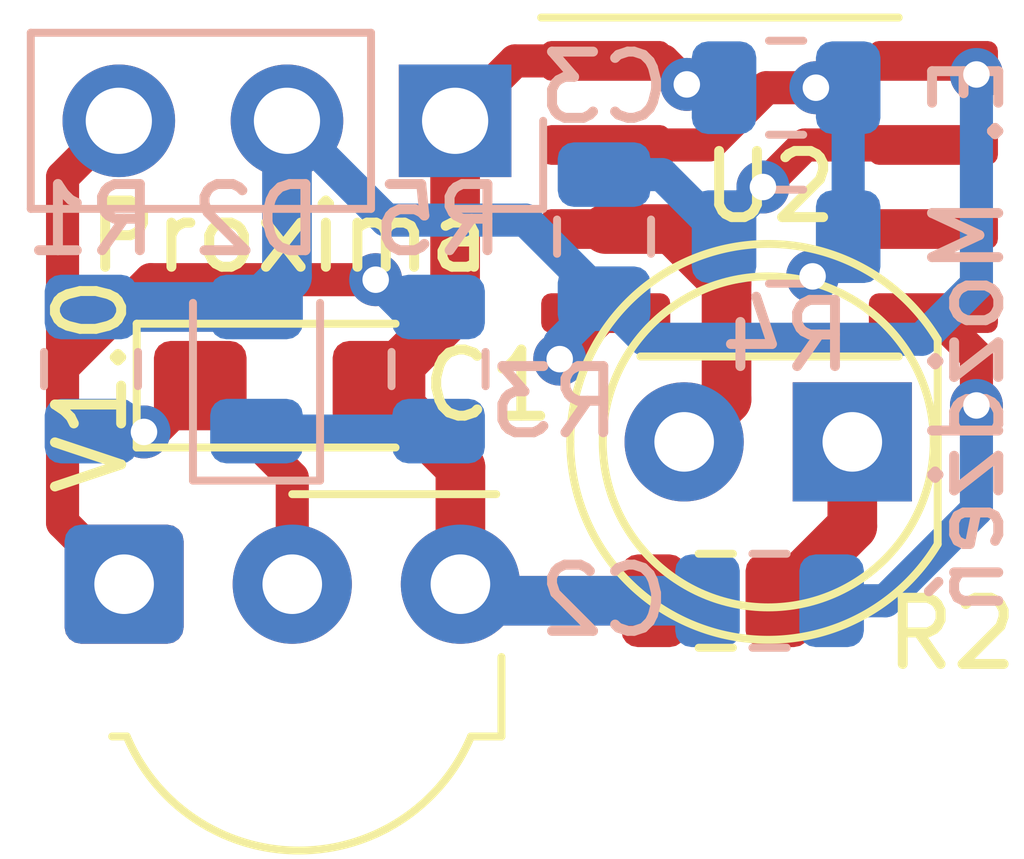
<source format=kicad_pcb>
(kicad_pcb (version 20171130) (host pcbnew "(5.1.6)-1")

  (general
    (thickness 1.6)
    (drawings 11)
    (tracks 80)
    (zones 0)
    (modules 13)
    (nets 11)
  )

  (page A4)
  (layers
    (0 F.Cu signal)
    (31 B.Cu signal)
    (32 B.Adhes user)
    (33 F.Adhes user)
    (34 B.Paste user)
    (35 F.Paste user)
    (36 B.SilkS user)
    (37 F.SilkS user)
    (38 B.Mask user)
    (39 F.Mask user)
    (40 Dwgs.User user)
    (41 Cmts.User user)
    (42 Eco1.User user)
    (43 Eco2.User user)
    (44 Edge.Cuts user)
    (45 Margin user)
    (46 B.CrtYd user)
    (47 F.CrtYd user)
    (48 B.Fab user hide)
    (49 F.Fab user hide)
  )

  (setup
    (last_trace_width 0.25)
    (user_trace_width 0.5)
    (user_trace_width 0.75)
    (trace_clearance 0.2)
    (zone_clearance 0.508)
    (zone_45_only no)
    (trace_min 0.2)
    (via_size 0.8)
    (via_drill 0.4)
    (via_min_size 0.4)
    (via_min_drill 0.3)
    (uvia_size 0.3)
    (uvia_drill 0.1)
    (uvias_allowed no)
    (uvia_min_size 0.2)
    (uvia_min_drill 0.1)
    (edge_width 0.05)
    (segment_width 0.2)
    (pcb_text_width 0.3)
    (pcb_text_size 1.5 1.5)
    (mod_edge_width 0.12)
    (mod_text_size 1 1)
    (mod_text_width 0.15)
    (pad_size 1.524 1.524)
    (pad_drill 0.762)
    (pad_to_mask_clearance 0.05)
    (aux_axis_origin 0 0)
    (visible_elements 7FFFFFFF)
    (pcbplotparams
      (layerselection 0x010fc_ffffffff)
      (usegerberextensions false)
      (usegerberattributes true)
      (usegerberadvancedattributes true)
      (creategerberjobfile false)
      (excludeedgelayer true)
      (linewidth 0.100000)
      (plotframeref false)
      (viasonmask false)
      (mode 1)
      (useauxorigin false)
      (hpglpennumber 1)
      (hpglpenspeed 20)
      (hpglpendiameter 15.000000)
      (psnegative false)
      (psa4output false)
      (plotreference true)
      (plotvalue true)
      (plotinvisibletext false)
      (padsonsilk false)
      (subtractmaskfromsilk false)
      (outputformat 1)
      (mirror false)
      (drillshape 0)
      (scaleselection 1)
      (outputdirectory "gerber/"))
  )

  (net 0 "")
  (net 1 GND)
  (net 2 "Net-(C1-Pad1)")
  (net 3 "Net-(C2-Pad1)")
  (net 4 "Net-(C3-Pad1)")
  (net 5 VCC)
  (net 6 "Net-(D1-Pad1)")
  (net 7 "Net-(D2-Pad1)")
  (net 8 OUTPUT_INVERTED)
  (net 9 SQUARE_WAVE_SIGNAL)
  (net 10 "Net-(R3-Pad2)")

  (net_class Default "This is the default net class."
    (clearance 0.2)
    (trace_width 0.25)
    (via_dia 0.8)
    (via_drill 0.4)
    (uvia_dia 0.3)
    (uvia_drill 0.1)
    (add_net GND)
    (add_net "Net-(C1-Pad1)")
    (add_net "Net-(C2-Pad1)")
    (add_net "Net-(C3-Pad1)")
    (add_net "Net-(D1-Pad1)")
    (add_net "Net-(D2-Pad1)")
    (add_net "Net-(R3-Pad2)")
    (add_net OUTPUT_INVERTED)
    (add_net SQUARE_WAVE_SIGNAL)
    (add_net VCC)
  )

  (module Capacitor_Tantalum_SMD:CP_EIA-3216-18_Kemet-A (layer F.Cu) (tedit 5B301BBE) (tstamp 61032E8A)
    (at 4 5.5)
    (descr "Tantalum Capacitor SMD Kemet-A (3216-18 Metric), IPC_7351 nominal, (Body size from: http://www.kemet.com/Lists/ProductCatalog/Attachments/253/KEM_TC101_STD.pdf), generated with kicad-footprint-generator")
    (tags "capacitor tantalum")
    (path /610368AC)
    (attr smd)
    (fp_text reference C1 (at 3 0) (layer F.SilkS)
      (effects (font (size 1 1) (thickness 0.15)))
    )
    (fp_text value 4.7uF (at 0 1.75) (layer F.Fab)
      (effects (font (size 1 1) (thickness 0.15)))
    )
    (fp_line (start 2.3 1.05) (end -2.3 1.05) (layer F.CrtYd) (width 0.05))
    (fp_line (start 2.3 -1.05) (end 2.3 1.05) (layer F.CrtYd) (width 0.05))
    (fp_line (start -2.3 -1.05) (end 2.3 -1.05) (layer F.CrtYd) (width 0.05))
    (fp_line (start -2.3 1.05) (end -2.3 -1.05) (layer F.CrtYd) (width 0.05))
    (fp_line (start -2.31 0.935) (end 1.6 0.935) (layer F.SilkS) (width 0.12))
    (fp_line (start -2.31 -0.935) (end -2.31 0.935) (layer F.SilkS) (width 0.12))
    (fp_line (start 1.6 -0.935) (end -2.31 -0.935) (layer F.SilkS) (width 0.12))
    (fp_line (start 1.6 0.8) (end 1.6 -0.8) (layer F.Fab) (width 0.1))
    (fp_line (start -1.6 0.8) (end 1.6 0.8) (layer F.Fab) (width 0.1))
    (fp_line (start -1.6 -0.4) (end -1.6 0.8) (layer F.Fab) (width 0.1))
    (fp_line (start -1.2 -0.8) (end -1.6 -0.4) (layer F.Fab) (width 0.1))
    (fp_line (start 1.6 -0.8) (end -1.2 -0.8) (layer F.Fab) (width 0.1))
    (fp_text user %R (at 0 0) (layer F.Fab)
      (effects (font (size 0.8 0.8) (thickness 0.12)))
    )
    (pad 2 smd roundrect (at 1.35 0) (size 1.4 1.35) (layers F.Cu F.Paste F.Mask) (roundrect_rratio 0.185185)
      (net 1 GND))
    (pad 1 smd roundrect (at -1.35 0) (size 1.4 1.35) (layers F.Cu F.Paste F.Mask) (roundrect_rratio 0.185185)
      (net 2 "Net-(C1-Pad1)"))
    (model ${KISYS3DMOD}/Capacitor_Tantalum_SMD.3dshapes/CP_EIA-3216-18_Kemet-A.wrl
      (at (xyz 0 0 0))
      (scale (xyz 1 1 1))
      (rotate (xyz 0 0 0))
    )
  )

  (module Connector_PinHeader_2.54mm:PinHeader_1x03_P2.54mm_Vertical (layer B.Cu) (tedit 59FED5CC) (tstamp 61032EEC)
    (at 6.5 1.5 90)
    (descr "Through hole straight pin header, 1x03, 2.54mm pitch, single row")
    (tags "Through hole pin header THT 1x03 2.54mm single row")
    (path /6104053D)
    (fp_text reference J1 (at 0 2.33 90) (layer F.Fab)
      (effects (font (size 1 1) (thickness 0.15)) (justify mirror))
    )
    (fp_text value Conn_01x03 (at 0 -7.41 90) (layer B.Fab)
      (effects (font (size 1 1) (thickness 0.15)) (justify mirror))
    )
    (fp_line (start -0.635 1.27) (end 1.27 1.27) (layer B.Fab) (width 0.1))
    (fp_line (start 1.27 1.27) (end 1.27 -6.35) (layer B.Fab) (width 0.1))
    (fp_line (start 1.27 -6.35) (end -1.27 -6.35) (layer B.Fab) (width 0.1))
    (fp_line (start -1.27 -6.35) (end -1.27 0.635) (layer B.Fab) (width 0.1))
    (fp_line (start -1.27 0.635) (end -0.635 1.27) (layer B.Fab) (width 0.1))
    (fp_line (start -1.33 -6.41) (end 1.33 -6.41) (layer B.SilkS) (width 0.12))
    (fp_line (start -1.33 -1.27) (end -1.33 -6.41) (layer B.SilkS) (width 0.12))
    (fp_line (start 1.33 -1.27) (end 1.33 -6.41) (layer B.SilkS) (width 0.12))
    (fp_line (start -1.33 -1.27) (end 1.33 -1.27) (layer B.SilkS) (width 0.12))
    (fp_line (start -1.33 0) (end -1.33 1.33) (layer B.SilkS) (width 0.12))
    (fp_line (start -1.33 1.33) (end 0 1.33) (layer B.SilkS) (width 0.12))
    (fp_line (start -1.8 1.8) (end -1.8 -6.85) (layer B.CrtYd) (width 0.05))
    (fp_line (start -1.8 -6.85) (end 1.8 -6.85) (layer B.CrtYd) (width 0.05))
    (fp_line (start 1.8 -6.85) (end 1.8 1.8) (layer B.CrtYd) (width 0.05))
    (fp_line (start 1.8 1.8) (end -1.8 1.8) (layer B.CrtYd) (width 0.05))
    (fp_text user %R (at 0 -2.54 180) (layer B.Fab)
      (effects (font (size 1 1) (thickness 0.15)) (justify mirror))
    )
    (pad 3 thru_hole oval (at 0 -5.08 90) (size 1.7 1.7) (drill 1) (layers *.Cu *.Mask)
      (net 8 OUTPUT_INVERTED))
    (pad 2 thru_hole oval (at 0 -2.54 90) (size 1.7 1.7) (drill 1) (layers *.Cu *.Mask)
      (net 5 VCC))
    (pad 1 thru_hole rect (at 0 0 90) (size 1.7 1.7) (drill 1) (layers *.Cu *.Mask)
      (net 1 GND))
    (model ${KISYS3DMOD}/Connector_PinHeader_2.54mm.3dshapes/PinHeader_1x03_P2.54mm_Vertical.wrl
      (at (xyz 0 0 0))
      (scale (xyz 1 1 1))
      (rotate (xyz 0 0 0))
    )
  )

  (module Package_SO:SOIC-8_3.9x4.9mm_P1.27mm (layer F.Cu) (tedit 5D9F72B1) (tstamp 61032FA9)
    (at 11.25 2.5)
    (descr "SOIC, 8 Pin (JEDEC MS-012AA, https://www.analog.com/media/en/package-pcb-resources/package/pkg_pdf/soic_narrow-r/r_8.pdf), generated with kicad-footprint-generator ipc_gullwing_generator.py")
    (tags "SOIC SO")
    (path /6106AC26)
    (attr smd)
    (fp_text reference U2 (at 0 0) (layer F.SilkS)
      (effects (font (size 1 1) (thickness 0.15)))
    )
    (fp_text value NE555D (at 0 3.4) (layer F.Fab)
      (effects (font (size 1 1) (thickness 0.15)))
    )
    (fp_line (start 3.7 -2.7) (end -3.7 -2.7) (layer F.CrtYd) (width 0.05))
    (fp_line (start 3.7 2.7) (end 3.7 -2.7) (layer F.CrtYd) (width 0.05))
    (fp_line (start -3.7 2.7) (end 3.7 2.7) (layer F.CrtYd) (width 0.05))
    (fp_line (start -3.7 -2.7) (end -3.7 2.7) (layer F.CrtYd) (width 0.05))
    (fp_line (start -1.95 -1.475) (end -0.975 -2.45) (layer F.Fab) (width 0.1))
    (fp_line (start -1.95 2.45) (end -1.95 -1.475) (layer F.Fab) (width 0.1))
    (fp_line (start 1.95 2.45) (end -1.95 2.45) (layer F.Fab) (width 0.1))
    (fp_line (start 1.95 -2.45) (end 1.95 2.45) (layer F.Fab) (width 0.1))
    (fp_line (start -0.975 -2.45) (end 1.95 -2.45) (layer F.Fab) (width 0.1))
    (fp_line (start 0 -2.56) (end -3.45 -2.56) (layer F.SilkS) (width 0.12))
    (fp_line (start 0 -2.56) (end 1.95 -2.56) (layer F.SilkS) (width 0.12))
    (fp_line (start 0 2.56) (end -1.95 2.56) (layer F.SilkS) (width 0.12))
    (fp_line (start 0 2.56) (end 1.95 2.56) (layer F.SilkS) (width 0.12))
    (fp_text user %R (at 0 0) (layer F.Fab)
      (effects (font (size 0.98 0.98) (thickness 0.15)))
    )
    (pad 8 smd roundrect (at 2.475 -1.905) (size 1.95 0.6) (layers F.Cu F.Paste F.Mask) (roundrect_rratio 0.25)
      (net 5 VCC))
    (pad 7 smd roundrect (at 2.475 -0.635) (size 1.95 0.6) (layers F.Cu F.Paste F.Mask) (roundrect_rratio 0.25)
      (net 10 "Net-(R3-Pad2)"))
    (pad 6 smd roundrect (at 2.475 0.635) (size 1.95 0.6) (layers F.Cu F.Paste F.Mask) (roundrect_rratio 0.25)
      (net 4 "Net-(C3-Pad1)"))
    (pad 5 smd roundrect (at 2.475 1.905) (size 1.95 0.6) (layers F.Cu F.Paste F.Mask) (roundrect_rratio 0.25)
      (net 3 "Net-(C2-Pad1)"))
    (pad 4 smd roundrect (at -2.475 1.905) (size 1.95 0.6) (layers F.Cu F.Paste F.Mask) (roundrect_rratio 0.25)
      (net 5 VCC))
    (pad 3 smd roundrect (at -2.475 0.635) (size 1.95 0.6) (layers F.Cu F.Paste F.Mask) (roundrect_rratio 0.25)
      (net 9 SQUARE_WAVE_SIGNAL))
    (pad 2 smd roundrect (at -2.475 -0.635) (size 1.95 0.6) (layers F.Cu F.Paste F.Mask) (roundrect_rratio 0.25)
      (net 4 "Net-(C3-Pad1)"))
    (pad 1 smd roundrect (at -2.475 -1.905) (size 1.95 0.6) (layers F.Cu F.Paste F.Mask) (roundrect_rratio 0.25)
      (net 1 GND))
    (model ${KISYS3DMOD}/Package_SO.3dshapes/SOIC-8_3.9x4.9mm_P1.27mm.wrl
      (at (xyz 0 0 0))
      (scale (xyz 1 1 1))
      (rotate (xyz 0 0 0))
    )
  )

  (module OptoDevice:Vishay_MOLD-3Pin (layer F.Cu) (tedit 5B888673) (tstamp 61032F8F)
    (at 1.5 8.5)
    (descr "IR Receiver Vishay TSOP-xxxx, MOLD package, see https://www.vishay.com/docs/82669/tsop32s40f.pdf")
    (tags "IR Receiver Vishay TSOP-xxxx MOLD")
    (path /610327F1)
    (fp_text reference U1 (at 1.5 -1.5 180) (layer F.Fab)
      (effects (font (size 1 1) (thickness 0.15)))
    )
    (fp_text value TSOP32156 (at 2.5 5 180) (layer F.Fab)
      (effects (font (size 1 1) (thickness 0.15)))
    )
    (fp_line (start 0.55 -1.25) (end -0.2 -0.5) (layer F.Fab) (width 0.1))
    (fp_line (start 0.04 2.3) (end -0.18 2.3) (layer F.SilkS) (width 0.12))
    (fp_line (start -1.15 -1.5) (end 6.23 -1.5) (layer F.CrtYd) (width 0.05))
    (fp_line (start -1.15 -1.5) (end -1.15 4.13) (layer F.CrtYd) (width 0.05))
    (fp_line (start 6.23 4.13) (end 6.23 -1.5) (layer F.CrtYd) (width 0.05))
    (fp_line (start 6.23 4.13) (end -1.15 4.13) (layer F.CrtYd) (width 0.05))
    (fp_line (start 5.62 -1.36) (end 2.54 -1.36) (layer F.SilkS) (width 0.12))
    (fp_line (start 5.7 2.3) (end 5.24 2.3) (layer F.SilkS) (width 0.12))
    (fp_line (start 5.7 2.3) (end 5.7 1.1) (layer F.SilkS) (width 0.12))
    (fp_line (start 5.6 -1.25) (end 5.6 2.2) (layer F.Fab) (width 0.1))
    (fp_line (start 0.55 -1.25) (end 5.6 -1.25) (layer F.Fab) (width 0.1))
    (fp_line (start -0.2 2.2) (end -0.2 -0.5) (layer F.Fab) (width 0.1))
    (fp_line (start 5.6 2.2) (end -0.2 2.2) (layer F.Fab) (width 0.1))
    (fp_arc (start 2.64 1.15) (end 5.14 2.25) (angle 132) (layer F.Fab) (width 0.1))
    (fp_arc (start 2.64 1.2) (end 5.24 2.3) (angle 134.1358099) (layer F.SilkS) (width 0.12))
    (fp_text user %R (at 2.675 1.316) (layer F.Fab)
      (effects (font (size 1 1) (thickness 0.15)))
    )
    (pad 3 thru_hole circle (at 5.08 0) (size 1.8 1.8) (drill 0.9) (layers *.Cu *.Mask)
      (net 1 GND))
    (pad 2 thru_hole circle (at 2.54 0) (size 1.8 1.8) (drill 0.9) (layers *.Cu *.Mask)
      (net 2 "Net-(C1-Pad1)"))
    (pad 1 thru_hole roundrect (at 0 0) (size 1.8 1.8) (drill 0.9) (layers *.Cu *.Mask) (roundrect_rratio 0.138)
      (net 8 OUTPUT_INVERTED))
    (model ${KISYS3DMOD}/OptoDevice.3dshapes/Vishay_MOLD-3Pin.wrl
      (at (xyz 0 0 0))
      (scale (xyz 1 1 1))
      (rotate (xyz 0 0 0))
    )
  )

  (module Resistor_SMD:R_0805_2012Metric (layer B.Cu) (tedit 5B36C52B) (tstamp 61032F78)
    (at 11.5 3.25)
    (descr "Resistor SMD 0805 (2012 Metric), square (rectangular) end terminal, IPC_7351 nominal, (Body size source: https://docs.google.com/spreadsheets/d/1BsfQQcO9C6DZCsRaXUlFlo91Tg2WpOkGARC1WS5S8t0/edit?usp=sharing), generated with kicad-footprint-generator")
    (tags resistor)
    (path /61078CE5)
    (attr smd)
    (fp_text reference R4 (at 0 1.5) (layer B.SilkS)
      (effects (font (size 1 1) (thickness 0.15)) (justify mirror))
    )
    (fp_text value 10k (at 0 -1.65) (layer B.Fab)
      (effects (font (size 1 1) (thickness 0.15)) (justify mirror))
    )
    (fp_line (start 1.68 -0.95) (end -1.68 -0.95) (layer B.CrtYd) (width 0.05))
    (fp_line (start 1.68 0.95) (end 1.68 -0.95) (layer B.CrtYd) (width 0.05))
    (fp_line (start -1.68 0.95) (end 1.68 0.95) (layer B.CrtYd) (width 0.05))
    (fp_line (start -1.68 -0.95) (end -1.68 0.95) (layer B.CrtYd) (width 0.05))
    (fp_line (start -0.258578 -0.71) (end 0.258578 -0.71) (layer B.SilkS) (width 0.12))
    (fp_line (start -0.258578 0.71) (end 0.258578 0.71) (layer B.SilkS) (width 0.12))
    (fp_line (start 1 -0.6) (end -1 -0.6) (layer B.Fab) (width 0.1))
    (fp_line (start 1 0.6) (end 1 -0.6) (layer B.Fab) (width 0.1))
    (fp_line (start -1 0.6) (end 1 0.6) (layer B.Fab) (width 0.1))
    (fp_line (start -1 -0.6) (end -1 0.6) (layer B.Fab) (width 0.1))
    (fp_text user %R (at 0 0) (layer B.Fab)
      (effects (font (size 0.5 0.5) (thickness 0.08)) (justify mirror))
    )
    (pad 2 smd roundrect (at 0.9375 0) (size 0.975 1.4) (layers B.Cu B.Paste B.Mask) (roundrect_rratio 0.25)
      (net 4 "Net-(C3-Pad1)"))
    (pad 1 smd roundrect (at -0.9375 0) (size 0.975 1.4) (layers B.Cu B.Paste B.Mask) (roundrect_rratio 0.25)
      (net 10 "Net-(R3-Pad2)"))
    (model ${KISYS3DMOD}/Resistor_SMD.3dshapes/R_0805_2012Metric.wrl
      (at (xyz 0 0 0))
      (scale (xyz 1 1 1))
      (rotate (xyz 0 0 0))
    )
  )

  (module Resistor_SMD:R_0805_2012Metric (layer B.Cu) (tedit 5B36C52B) (tstamp 61032F67)
    (at 8.75 3.25 90)
    (descr "Resistor SMD 0805 (2012 Metric), square (rectangular) end terminal, IPC_7351 nominal, (Body size source: https://docs.google.com/spreadsheets/d/1BsfQQcO9C6DZCsRaXUlFlo91Tg2WpOkGARC1WS5S8t0/edit?usp=sharing), generated with kicad-footprint-generator")
    (tags resistor)
    (path /610781FB)
    (attr smd)
    (fp_text reference R3 (at -2.5 -0.75 180) (layer B.SilkS)
      (effects (font (size 1 1) (thickness 0.15)) (justify mirror))
    )
    (fp_text value 1k5 (at 0 -1.65 90) (layer B.Fab)
      (effects (font (size 1 1) (thickness 0.15)) (justify mirror))
    )
    (fp_line (start 1.68 -0.95) (end -1.68 -0.95) (layer B.CrtYd) (width 0.05))
    (fp_line (start 1.68 0.95) (end 1.68 -0.95) (layer B.CrtYd) (width 0.05))
    (fp_line (start -1.68 0.95) (end 1.68 0.95) (layer B.CrtYd) (width 0.05))
    (fp_line (start -1.68 -0.95) (end -1.68 0.95) (layer B.CrtYd) (width 0.05))
    (fp_line (start -0.258578 -0.71) (end 0.258578 -0.71) (layer B.SilkS) (width 0.12))
    (fp_line (start -0.258578 0.71) (end 0.258578 0.71) (layer B.SilkS) (width 0.12))
    (fp_line (start 1 -0.6) (end -1 -0.6) (layer B.Fab) (width 0.1))
    (fp_line (start 1 0.6) (end 1 -0.6) (layer B.Fab) (width 0.1))
    (fp_line (start -1 0.6) (end 1 0.6) (layer B.Fab) (width 0.1))
    (fp_line (start -1 -0.6) (end -1 0.6) (layer B.Fab) (width 0.1))
    (fp_text user %R (at 0 0 90) (layer B.Fab)
      (effects (font (size 0.5 0.5) (thickness 0.08)) (justify mirror))
    )
    (pad 2 smd roundrect (at 0.9375 0 90) (size 0.975 1.4) (layers B.Cu B.Paste B.Mask) (roundrect_rratio 0.25)
      (net 10 "Net-(R3-Pad2)"))
    (pad 1 smd roundrect (at -0.9375 0 90) (size 0.975 1.4) (layers B.Cu B.Paste B.Mask) (roundrect_rratio 0.25)
      (net 5 VCC))
    (model ${KISYS3DMOD}/Resistor_SMD.3dshapes/R_0805_2012Metric.wrl
      (at (xyz 0 0 0))
      (scale (xyz 1 1 1))
      (rotate (xyz 0 0 0))
    )
  )

  (module Resistor_SMD:R_0805_2012Metric (layer B.Cu) (tedit 5B36C52B) (tstamp 61032F34)
    (at 6.25 5.25 90)
    (descr "Resistor SMD 0805 (2012 Metric), square (rectangular) end terminal, IPC_7351 nominal, (Body size source: https://docs.google.com/spreadsheets/d/1BsfQQcO9C6DZCsRaXUlFlo91Tg2WpOkGARC1WS5S8t0/edit?usp=sharing), generated with kicad-footprint-generator")
    (tags resistor)
    (path /6105004E)
    (attr smd)
    (fp_text reference R5 (at 2.25 0 180) (layer B.SilkS)
      (effects (font (size 1 1) (thickness 0.15)) (justify mirror))
    )
    (fp_text value 500 (at 0 -1.65 90) (layer B.Fab)
      (effects (font (size 1 1) (thickness 0.15)) (justify mirror))
    )
    (fp_line (start -1 -0.6) (end -1 0.6) (layer B.Fab) (width 0.1))
    (fp_line (start -1 0.6) (end 1 0.6) (layer B.Fab) (width 0.1))
    (fp_line (start 1 0.6) (end 1 -0.6) (layer B.Fab) (width 0.1))
    (fp_line (start 1 -0.6) (end -1 -0.6) (layer B.Fab) (width 0.1))
    (fp_line (start -0.258578 0.71) (end 0.258578 0.71) (layer B.SilkS) (width 0.12))
    (fp_line (start -0.258578 -0.71) (end 0.258578 -0.71) (layer B.SilkS) (width 0.12))
    (fp_line (start -1.68 -0.95) (end -1.68 0.95) (layer B.CrtYd) (width 0.05))
    (fp_line (start -1.68 0.95) (end 1.68 0.95) (layer B.CrtYd) (width 0.05))
    (fp_line (start 1.68 0.95) (end 1.68 -0.95) (layer B.CrtYd) (width 0.05))
    (fp_line (start 1.68 -0.95) (end -1.68 -0.95) (layer B.CrtYd) (width 0.05))
    (fp_text user %R (at 0 0 90) (layer B.Fab)
      (effects (font (size 0.5 0.5) (thickness 0.08)) (justify mirror))
    )
    (pad 1 smd roundrect (at -0.9375 0 90) (size 0.975 1.4) (layers B.Cu B.Paste B.Mask) (roundrect_rratio 0.25)
      (net 7 "Net-(D2-Pad1)"))
    (pad 2 smd roundrect (at 0.9375 0 90) (size 0.975 1.4) (layers B.Cu B.Paste B.Mask) (roundrect_rratio 0.25)
      (net 8 OUTPUT_INVERTED))
    (model ${KISYS3DMOD}/Resistor_SMD.3dshapes/R_0805_2012Metric.wrl
      (at (xyz 0 0 0))
      (scale (xyz 1 1 1))
      (rotate (xyz 0 0 0))
    )
  )

  (module Resistor_SMD:R_0805_2012Metric (layer F.Cu) (tedit 5B36C52B) (tstamp 61032F23)
    (at 10.4375 8.75 180)
    (descr "Resistor SMD 0805 (2012 Metric), square (rectangular) end terminal, IPC_7351 nominal, (Body size source: https://docs.google.com/spreadsheets/d/1BsfQQcO9C6DZCsRaXUlFlo91Tg2WpOkGARC1WS5S8t0/edit?usp=sharing), generated with kicad-footprint-generator")
    (tags resistor)
    (path /6102BDD4)
    (attr smd)
    (fp_text reference R2 (at -3.5625 -0.5) (layer F.SilkS)
      (effects (font (size 1 1) (thickness 0.15)))
    )
    (fp_text value 47 (at 0 1.65) (layer F.Fab)
      (effects (font (size 1 1) (thickness 0.15)))
    )
    (fp_line (start 1.68 0.95) (end -1.68 0.95) (layer F.CrtYd) (width 0.05))
    (fp_line (start 1.68 -0.95) (end 1.68 0.95) (layer F.CrtYd) (width 0.05))
    (fp_line (start -1.68 -0.95) (end 1.68 -0.95) (layer F.CrtYd) (width 0.05))
    (fp_line (start -1.68 0.95) (end -1.68 -0.95) (layer F.CrtYd) (width 0.05))
    (fp_line (start -0.258578 0.71) (end 0.258578 0.71) (layer F.SilkS) (width 0.12))
    (fp_line (start -0.258578 -0.71) (end 0.258578 -0.71) (layer F.SilkS) (width 0.12))
    (fp_line (start 1 0.6) (end -1 0.6) (layer F.Fab) (width 0.1))
    (fp_line (start 1 -0.6) (end 1 0.6) (layer F.Fab) (width 0.1))
    (fp_line (start -1 -0.6) (end 1 -0.6) (layer F.Fab) (width 0.1))
    (fp_line (start -1 0.6) (end -1 -0.6) (layer F.Fab) (width 0.1))
    (fp_text user %R (at 0 0) (layer F.Fab)
      (effects (font (size 0.5 0.5) (thickness 0.08)))
    )
    (pad 2 smd roundrect (at 0.9375 0 180) (size 0.975 1.4) (layers F.Cu F.Paste F.Mask) (roundrect_rratio 0.25)
      (net 1 GND))
    (pad 1 smd roundrect (at -0.9375 0 180) (size 0.975 1.4) (layers F.Cu F.Paste F.Mask) (roundrect_rratio 0.25)
      (net 6 "Net-(D1-Pad1)"))
    (model ${KISYS3DMOD}/Resistor_SMD.3dshapes/R_0805_2012Metric.wrl
      (at (xyz 0 0 0))
      (scale (xyz 1 1 1))
      (rotate (xyz 0 0 0))
    )
  )

  (module Resistor_SMD:R_0805_2012Metric (layer B.Cu) (tedit 5B36C52B) (tstamp 61032F12)
    (at 1 5.25 90)
    (descr "Resistor SMD 0805 (2012 Metric), square (rectangular) end terminal, IPC_7351 nominal, (Body size source: https://docs.google.com/spreadsheets/d/1BsfQQcO9C6DZCsRaXUlFlo91Tg2WpOkGARC1WS5S8t0/edit?usp=sharing), generated with kicad-footprint-generator")
    (tags resistor)
    (path /61035DB9)
    (attr smd)
    (fp_text reference R1 (at 2.25 0 180) (layer B.SilkS)
      (effects (font (size 1 1) (thickness 0.15)) (justify mirror))
    )
    (fp_text value 100 (at 0 -1.65 90) (layer B.Fab)
      (effects (font (size 1 1) (thickness 0.15)) (justify mirror))
    )
    (fp_line (start 1.68 -0.95) (end -1.68 -0.95) (layer B.CrtYd) (width 0.05))
    (fp_line (start 1.68 0.95) (end 1.68 -0.95) (layer B.CrtYd) (width 0.05))
    (fp_line (start -1.68 0.95) (end 1.68 0.95) (layer B.CrtYd) (width 0.05))
    (fp_line (start -1.68 -0.95) (end -1.68 0.95) (layer B.CrtYd) (width 0.05))
    (fp_line (start -0.258578 -0.71) (end 0.258578 -0.71) (layer B.SilkS) (width 0.12))
    (fp_line (start -0.258578 0.71) (end 0.258578 0.71) (layer B.SilkS) (width 0.12))
    (fp_line (start 1 -0.6) (end -1 -0.6) (layer B.Fab) (width 0.1))
    (fp_line (start 1 0.6) (end 1 -0.6) (layer B.Fab) (width 0.1))
    (fp_line (start -1 0.6) (end 1 0.6) (layer B.Fab) (width 0.1))
    (fp_line (start -1 -0.6) (end -1 0.6) (layer B.Fab) (width 0.1))
    (fp_text user %R (at 0 0 90) (layer B.Fab)
      (effects (font (size 0.5 0.5) (thickness 0.08)) (justify mirror))
    )
    (pad 2 smd roundrect (at 0.9375 0 90) (size 0.975 1.4) (layers B.Cu B.Paste B.Mask) (roundrect_rratio 0.25)
      (net 5 VCC))
    (pad 1 smd roundrect (at -0.9375 0 90) (size 0.975 1.4) (layers B.Cu B.Paste B.Mask) (roundrect_rratio 0.25)
      (net 2 "Net-(C1-Pad1)"))
    (model ${KISYS3DMOD}/Resistor_SMD.3dshapes/R_0805_2012Metric.wrl
      (at (xyz 0 0 0))
      (scale (xyz 1 1 1))
      (rotate (xyz 0 0 0))
    )
  )

  (module LED_SMD:LED_0805_2012Metric (layer B.Cu) (tedit 5B36C52C) (tstamp 61032ED1)
    (at 3.5 5.25 90)
    (descr "LED SMD 0805 (2012 Metric), square (rectangular) end terminal, IPC_7351 nominal, (Body size source: https://docs.google.com/spreadsheets/d/1BsfQQcO9C6DZCsRaXUlFlo91Tg2WpOkGARC1WS5S8t0/edit?usp=sharing), generated with kicad-footprint-generator")
    (tags diode)
    (path /6104F2F8)
    (attr smd)
    (fp_text reference D2 (at 2.25 0 180) (layer B.SilkS)
      (effects (font (size 1 1) (thickness 0.15)) (justify mirror))
    )
    (fp_text value LED (at 0 -1.65 90) (layer B.Fab)
      (effects (font (size 1 1) (thickness 0.15)) (justify mirror))
    )
    (fp_line (start 1.68 -0.95) (end -1.68 -0.95) (layer B.CrtYd) (width 0.05))
    (fp_line (start 1.68 0.95) (end 1.68 -0.95) (layer B.CrtYd) (width 0.05))
    (fp_line (start -1.68 0.95) (end 1.68 0.95) (layer B.CrtYd) (width 0.05))
    (fp_line (start -1.68 -0.95) (end -1.68 0.95) (layer B.CrtYd) (width 0.05))
    (fp_line (start -1.685 -0.96) (end 1 -0.96) (layer B.SilkS) (width 0.12))
    (fp_line (start -1.685 0.96) (end -1.685 -0.96) (layer B.SilkS) (width 0.12))
    (fp_line (start 1 0.96) (end -1.685 0.96) (layer B.SilkS) (width 0.12))
    (fp_line (start 1 -0.6) (end 1 0.6) (layer B.Fab) (width 0.1))
    (fp_line (start -1 -0.6) (end 1 -0.6) (layer B.Fab) (width 0.1))
    (fp_line (start -1 0.3) (end -1 -0.6) (layer B.Fab) (width 0.1))
    (fp_line (start -0.7 0.6) (end -1 0.3) (layer B.Fab) (width 0.1))
    (fp_line (start 1 0.6) (end -0.7 0.6) (layer B.Fab) (width 0.1))
    (fp_text user %R (at 0 0 90) (layer B.Fab)
      (effects (font (size 0.5 0.5) (thickness 0.08)) (justify mirror))
    )
    (pad 2 smd roundrect (at 0.9375 0 90) (size 0.975 1.4) (layers B.Cu B.Paste B.Mask) (roundrect_rratio 0.25)
      (net 5 VCC))
    (pad 1 smd roundrect (at -0.9375 0 90) (size 0.975 1.4) (layers B.Cu B.Paste B.Mask) (roundrect_rratio 0.25)
      (net 7 "Net-(D2-Pad1)"))
    (model ${KISYS3DMOD}/LED_SMD.3dshapes/LED_0805_2012Metric.wrl
      (at (xyz 0 0 0))
      (scale (xyz 1 1 1))
      (rotate (xyz 0 0 0))
    )
  )

  (module LED_THT:LED_D5.0mm_IRGrey (layer F.Cu) (tedit 5A6C9BB8) (tstamp 61032EBE)
    (at 12.5 6.35 180)
    (descr "LED, diameter 5.0mm, 2 pins, http://cdn-reichelt.de/documents/datenblatt/A500/LL-504BC2E-009.pdf")
    (tags "LED diameter 5.0mm 2 pins")
    (path /6102B543)
    (fp_text reference D1 (at 5.5 -0.65) (layer F.Fab)
      (effects (font (size 1 1) (thickness 0.15)))
    )
    (fp_text value TSAL6400 (at 1.27 3.96) (layer F.Fab)
      (effects (font (size 1 1) (thickness 0.15)))
    )
    (fp_circle (center 1.27 0) (end 3.77 0) (layer F.SilkS) (width 0.12))
    (fp_circle (center 1.27 0) (end 3.77 0) (layer F.Fab) (width 0.1))
    (fp_line (start 4.5 -3.25) (end -1.95 -3.25) (layer F.CrtYd) (width 0.05))
    (fp_line (start 4.5 3.25) (end 4.5 -3.25) (layer F.CrtYd) (width 0.05))
    (fp_line (start -1.95 3.25) (end 4.5 3.25) (layer F.CrtYd) (width 0.05))
    (fp_line (start -1.95 -3.25) (end -1.95 3.25) (layer F.CrtYd) (width 0.05))
    (fp_line (start -1.29 -1.545) (end -1.29 1.545) (layer F.SilkS) (width 0.12))
    (fp_line (start -1.23 -1.469694) (end -1.23 1.469694) (layer F.Fab) (width 0.1))
    (fp_arc (start 1.27 0) (end -1.29 1.54483) (angle -148.9) (layer F.SilkS) (width 0.12))
    (fp_arc (start 1.27 0) (end -1.29 -1.54483) (angle 148.9) (layer F.SilkS) (width 0.12))
    (fp_arc (start 1.27 0) (end -1.23 -1.469694) (angle 299.1) (layer F.Fab) (width 0.1))
    (fp_text user %R (at 1.25 0) (layer F.Fab)
      (effects (font (size 0.8 0.8) (thickness 0.2)))
    )
    (pad 2 thru_hole circle (at 2.54 0 180) (size 1.8 1.8) (drill 0.9) (layers *.Cu *.Mask)
      (net 9 SQUARE_WAVE_SIGNAL))
    (pad 1 thru_hole rect (at 0 0 180) (size 1.8 1.8) (drill 0.9) (layers *.Cu *.Mask)
      (net 6 "Net-(D1-Pad1)"))
    (model ${KISYS3DMOD}/LED_THT.3dshapes/LED_D5.0mm_IRGrey.wrl
      (at (xyz 0 0 0))
      (scale (xyz 1 1 1))
      (rotate (xyz 0 0 0))
    )
  )

  (module Capacitor_SMD:C_0805_2012Metric (layer B.Cu) (tedit 5B36C52B) (tstamp 61032EAC)
    (at 11.5 1 180)
    (descr "Capacitor SMD 0805 (2012 Metric), square (rectangular) end terminal, IPC_7351 nominal, (Body size source: https://docs.google.com/spreadsheets/d/1BsfQQcO9C6DZCsRaXUlFlo91Tg2WpOkGARC1WS5S8t0/edit?usp=sharing), generated with kicad-footprint-generator")
    (tags capacitor)
    (path /61079538)
    (attr smd)
    (fp_text reference C3 (at 2.75 0) (layer B.SilkS)
      (effects (font (size 1 1) (thickness 0.15)) (justify mirror))
    )
    (fp_text value 1.2nF (at 0 -1.65) (layer B.Fab)
      (effects (font (size 1 1) (thickness 0.15)) (justify mirror))
    )
    (fp_line (start 1.68 -0.95) (end -1.68 -0.95) (layer B.CrtYd) (width 0.05))
    (fp_line (start 1.68 0.95) (end 1.68 -0.95) (layer B.CrtYd) (width 0.05))
    (fp_line (start -1.68 0.95) (end 1.68 0.95) (layer B.CrtYd) (width 0.05))
    (fp_line (start -1.68 -0.95) (end -1.68 0.95) (layer B.CrtYd) (width 0.05))
    (fp_line (start -0.258578 -0.71) (end 0.258578 -0.71) (layer B.SilkS) (width 0.12))
    (fp_line (start -0.258578 0.71) (end 0.258578 0.71) (layer B.SilkS) (width 0.12))
    (fp_line (start 1 -0.6) (end -1 -0.6) (layer B.Fab) (width 0.1))
    (fp_line (start 1 0.6) (end 1 -0.6) (layer B.Fab) (width 0.1))
    (fp_line (start -1 0.6) (end 1 0.6) (layer B.Fab) (width 0.1))
    (fp_line (start -1 -0.6) (end -1 0.6) (layer B.Fab) (width 0.1))
    (fp_text user %R (at 0 0) (layer B.Fab)
      (effects (font (size 0.5 0.5) (thickness 0.08)) (justify mirror))
    )
    (pad 2 smd roundrect (at 0.9375 0 180) (size 0.975 1.4) (layers B.Cu B.Paste B.Mask) (roundrect_rratio 0.25)
      (net 1 GND))
    (pad 1 smd roundrect (at -0.9375 0 180) (size 0.975 1.4) (layers B.Cu B.Paste B.Mask) (roundrect_rratio 0.25)
      (net 4 "Net-(C3-Pad1)"))
    (model ${KISYS3DMOD}/Capacitor_SMD.3dshapes/C_0805_2012Metric.wrl
      (at (xyz 0 0 0))
      (scale (xyz 1 1 1))
      (rotate (xyz 0 0 0))
    )
  )

  (module Capacitor_SMD:C_0805_2012Metric (layer B.Cu) (tedit 5B36C52B) (tstamp 61032E9B)
    (at 11.25 8.75 180)
    (descr "Capacitor SMD 0805 (2012 Metric), square (rectangular) end terminal, IPC_7351 nominal, (Body size source: https://docs.google.com/spreadsheets/d/1BsfQQcO9C6DZCsRaXUlFlo91Tg2WpOkGARC1WS5S8t0/edit?usp=sharing), generated with kicad-footprint-generator")
    (tags capacitor)
    (path /6106F747)
    (attr smd)
    (fp_text reference C2 (at 2.5 0) (layer B.SilkS)
      (effects (font (size 1 1) (thickness 0.15)) (justify mirror))
    )
    (fp_text value 47nF (at 0 -1.65) (layer B.Fab)
      (effects (font (size 1 1) (thickness 0.15)) (justify mirror))
    )
    (fp_line (start 1.68 -0.95) (end -1.68 -0.95) (layer B.CrtYd) (width 0.05))
    (fp_line (start 1.68 0.95) (end 1.68 -0.95) (layer B.CrtYd) (width 0.05))
    (fp_line (start -1.68 0.95) (end 1.68 0.95) (layer B.CrtYd) (width 0.05))
    (fp_line (start -1.68 -0.95) (end -1.68 0.95) (layer B.CrtYd) (width 0.05))
    (fp_line (start -0.258578 -0.71) (end 0.258578 -0.71) (layer B.SilkS) (width 0.12))
    (fp_line (start -0.258578 0.71) (end 0.258578 0.71) (layer B.SilkS) (width 0.12))
    (fp_line (start 1 -0.6) (end -1 -0.6) (layer B.Fab) (width 0.1))
    (fp_line (start 1 0.6) (end 1 -0.6) (layer B.Fab) (width 0.1))
    (fp_line (start -1 0.6) (end 1 0.6) (layer B.Fab) (width 0.1))
    (fp_line (start -1 -0.6) (end -1 0.6) (layer B.Fab) (width 0.1))
    (fp_text user %R (at 0 0) (layer B.Fab)
      (effects (font (size 0.5 0.5) (thickness 0.08)) (justify mirror))
    )
    (pad 2 smd roundrect (at 0.9375 0 180) (size 0.975 1.4) (layers B.Cu B.Paste B.Mask) (roundrect_rratio 0.25)
      (net 1 GND))
    (pad 1 smd roundrect (at -0.9375 0 180) (size 0.975 1.4) (layers B.Cu B.Paste B.Mask) (roundrect_rratio 0.25)
      (net 3 "Net-(C2-Pad1)"))
    (model ${KISYS3DMOD}/Capacitor_SMD.3dshapes/C_0805_2012Metric.wrl
      (at (xyz 0 0 0))
      (scale (xyz 1 1 1))
      (rotate (xyz 0 0 0))
    )
  )

  (gr_arc (start 0.5 9.5) (end 0 9.5) (angle -90) (layer Dwgs.User) (width 0.15))
  (gr_arc (start 14.5 9.5) (end 14.5 10) (angle -90) (layer Dwgs.User) (width 0.15))
  (gr_arc (start 0.5 0.5) (end 0.5 0) (angle -90) (layer Dwgs.User) (width 0.15))
  (gr_arc (start 14.5 0.5) (end 15 0.5) (angle -90) (layer Dwgs.User) (width 0.15))
  (gr_line (start 0 0.5) (end 0 9.5) (layer Dwgs.User) (width 0.15))
  (gr_line (start 14.5 10) (end 0.5 10) (layer Dwgs.User) (width 0.15))
  (gr_line (start 15 0.5) (end 15 9.5) (layer Dwgs.User) (width 0.15))
  (gr_line (start 0.5 0) (end 14.5 0) (layer Dwgs.User) (width 0.15))
  (gr_text V1.0 (at 1 5.5 90) (layer F.SilkS)
    (effects (font (size 1 1) (thickness 0.15)))
  )
  (gr_text "E. Możdżeń" (at 14.25 4.75 90) (layer B.SilkS)
    (effects (font (size 1 1) (thickness 0.15)) (justify mirror))
  )
  (gr_text Proxima (at 4 3.25) (layer F.SilkS)
    (effects (font (size 1 1) (thickness 0.15)))
  )

  (segment (start 6.83 8.75) (end 6.58 8.5) (width 0.5) (layer F.Cu) (net 1))
  (segment (start 6.83 8.75) (end 6.58 8.5) (width 0.5) (layer B.Cu) (net 1))
  (segment (start 6.58 6.73) (end 5.35 5.5) (width 0.75) (layer F.Cu) (net 1))
  (segment (start 6.58 8.5) (end 6.58 6.73) (width 0.75) (layer F.Cu) (net 1))
  (segment (start 6.5 4.35) (end 6.5 1.5) (width 0.75) (layer F.Cu) (net 1))
  (segment (start 5.35 5.5) (end 6.5 4.35) (width 0.75) (layer F.Cu) (net 1))
  (segment (start 10.3125 8.75) (end 6.83 8.75) (width 0.75) (layer B.Cu) (net 1))
  (segment (start 9.5 8.75) (end 6.83 8.75) (width 0.75) (layer F.Cu) (net 1))
  (segment (start 7.405 0.595) (end 6.5 1.5) (width 0.5) (layer F.Cu) (net 1))
  (segment (start 8.775 0.595) (end 7.405 0.595) (width 0.5) (layer F.Cu) (net 1))
  (via (at 10 0.95) (size 0.8) (drill 0.4) (layers F.Cu B.Cu) (net 1))
  (segment (start 8.775 0.595) (end 9.645 0.595) (width 0.5) (layer F.Cu) (net 1))
  (segment (start 9.645 0.595) (end 10 0.95) (width 0.5) (layer F.Cu) (net 1))
  (segment (start 10.5125 0.95) (end 10.5625 1) (width 0.5) (layer B.Cu) (net 1))
  (segment (start 10 0.95) (end 10.5125 0.95) (width 0.5) (layer B.Cu) (net 1))
  (segment (start 1 6.1875) (end 1.7875 6.1875) (width 0.5) (layer B.Cu) (net 2))
  (via (at 1.8 6.2) (size 0.8) (drill 0.4) (layers F.Cu B.Cu) (net 2))
  (segment (start 1.7875 6.1875) (end 1.8 6.2) (width 0.5) (layer B.Cu) (net 2))
  (segment (start 1.95 6.2) (end 2.65 5.5) (width 0.5) (layer F.Cu) (net 2))
  (segment (start 1.8 6.2) (end 1.95 6.2) (width 0.5) (layer F.Cu) (net 2))
  (segment (start 4.04 6.89) (end 2.65 5.5) (width 0.5) (layer F.Cu) (net 2))
  (segment (start 4.04 8.5) (end 4.04 6.89) (width 0.5) (layer F.Cu) (net 2))
  (via (at 14.375 5.8) (size 0.8) (drill 0.4) (layers F.Cu B.Cu) (net 3))
  (segment (start 13.725 4.405) (end 14.375 5.055) (width 0.5) (layer F.Cu) (net 3))
  (segment (start 14.375 5.055) (end 14.375 5.8) (width 0.5) (layer F.Cu) (net 3))
  (segment (start 14.375 5.8) (end 14.375 7.375) (width 0.5) (layer B.Cu) (net 3))
  (segment (start 13 8.75) (end 12.1875 8.75) (width 0.5) (layer B.Cu) (net 3))
  (segment (start 14.375 7.375) (end 13 8.75) (width 0.5) (layer B.Cu) (net 3))
  (segment (start 13.015 3.135) (end 13.725 3.135) (width 0.5) (layer F.Cu) (net 4))
  (segment (start 12.4375 1) (end 12.4375 3.25) (width 0.5) (layer B.Cu) (net 4))
  (via (at 11.95 1) (size 0.8) (drill 0.4) (layers F.Cu B.Cu) (net 4))
  (segment (start 12.4375 1) (end 11.95 1) (width 0.5) (layer B.Cu) (net 4))
  (segment (start 8.775 1.865) (end 10.335 1.865) (width 0.5) (layer F.Cu) (net 4))
  (segment (start 11.2 1) (end 11.95 1) (width 0.5) (layer F.Cu) (net 4))
  (segment (start 10.335 1.865) (end 11.2 1) (width 0.5) (layer F.Cu) (net 4))
  (via (at 11.9 3.85) (size 0.8) (drill 0.4) (layers F.Cu B.Cu) (net 4))
  (segment (start 12.4375 3.25) (end 12.4375 3.3125) (width 0.5) (layer B.Cu) (net 4))
  (segment (start 12.4375 3.3125) (end 11.9 3.85) (width 0.5) (layer B.Cu) (net 4))
  (segment (start 12.615 3.135) (end 13.725 3.135) (width 0.5) (layer F.Cu) (net 4))
  (segment (start 11.9 3.85) (end 12.615 3.135) (width 0.5) (layer F.Cu) (net 4))
  (segment (start 1 4.3125) (end 3.5 4.3125) (width 0.75) (layer B.Cu) (net 5))
  (segment (start 3.96 3.8525) (end 3.5 4.3125) (width 0.75) (layer B.Cu) (net 5))
  (segment (start 3.96 1.5) (end 3.96 3.8525) (width 0.75) (layer B.Cu) (net 5))
  (via (at 14.375 0.8) (size 0.8) (drill 0.4) (layers F.Cu B.Cu) (net 5))
  (segment (start 13.725 0.595) (end 14.17 0.595) (width 0.5) (layer F.Cu) (net 5))
  (segment (start 14.17 0.595) (end 14.375 0.8) (width 0.5) (layer F.Cu) (net 5))
  (segment (start 14.375 0.8) (end 14.375 3.975) (width 0.5) (layer B.Cu) (net 5))
  (segment (start 14.375 3.975) (end 13.55 4.8) (width 0.5) (layer B.Cu) (net 5))
  (segment (start 9.3625 4.8) (end 8.75 4.1875) (width 0.5) (layer B.Cu) (net 5))
  (segment (start 13.55 4.8) (end 9.3625 4.8) (width 0.5) (layer B.Cu) (net 5))
  (segment (start 8.75 4.1875) (end 7.5625 3) (width 0.5) (layer B.Cu) (net 5))
  (segment (start 5.46 3) (end 3.96 1.5) (width 0.5) (layer B.Cu) (net 5))
  (segment (start 7.5625 3) (end 5.46 3) (width 0.5) (layer B.Cu) (net 5))
  (segment (start 8.775 4.405) (end 8.08 5.1) (width 0.5) (layer F.Cu) (net 5))
  (via (at 8.08 5.1) (size 0.8) (drill 0.4) (layers F.Cu B.Cu) (net 5))
  (segment (start 8.08 4.8575) (end 8.75 4.1875) (width 0.5) (layer B.Cu) (net 5))
  (segment (start 8.08 5.1) (end 8.08 4.8575) (width 0.5) (layer B.Cu) (net 5))
  (segment (start 12.5 7.625) (end 11.375 8.75) (width 0.75) (layer F.Cu) (net 6))
  (segment (start 12.5 6.35) (end 12.5 7.625) (width 0.75) (layer F.Cu) (net 6))
  (segment (start 6.25 6.1875) (end 3.5 6.1875) (width 0.5) (layer B.Cu) (net 7))
  (via (at 5.3 3.9) (size 0.8) (drill 0.4) (layers F.Cu B.Cu) (net 8))
  (segment (start 6.25 4.3125) (end 5.7125 4.3125) (width 0.5) (layer B.Cu) (net 8))
  (segment (start 5.7125 4.3125) (end 5.3 3.9) (width 0.5) (layer B.Cu) (net 8))
  (segment (start 0.570001 7.570001) (end 1.5 8.5) (width 0.5) (layer F.Cu) (net 8))
  (segment (start 1.42 1.5) (end 0.570001 2.349999) (width 0.5) (layer F.Cu) (net 8))
  (segment (start 1.9 3.9) (end 0.570001 5.229999) (width 0.5) (layer F.Cu) (net 8))
  (segment (start 5.3 3.9) (end 1.9 3.9) (width 0.5) (layer F.Cu) (net 8))
  (segment (start 0.570001 2.349999) (end 0.570001 5.229999) (width 0.5) (layer F.Cu) (net 8))
  (segment (start 0.570001 5.229999) (end 0.570001 7.570001) (width 0.5) (layer F.Cu) (net 8))
  (segment (start 8.775 3.135) (end 9.785 3.135) (width 0.75) (layer F.Cu) (net 9))
  (segment (start 9.785 3.135) (end 10.6 3.95) (width 0.75) (layer F.Cu) (net 9))
  (segment (start 10.6 5.71) (end 9.96 6.35) (width 0.75) (layer F.Cu) (net 9))
  (segment (start 10.6 3.95) (end 10.6 5.71) (width 0.75) (layer F.Cu) (net 9))
  (segment (start 9.625 2.3125) (end 10.5625 3.25) (width 0.5) (layer B.Cu) (net 10))
  (segment (start 8.75 2.3125) (end 9.625 2.3125) (width 0.5) (layer B.Cu) (net 10))
  (via (at 11.15 2.5) (size 0.8) (drill 0.4) (layers F.Cu B.Cu) (net 10))
  (segment (start 10.5625 3.25) (end 10.5625 3.0875) (width 0.5) (layer B.Cu) (net 10))
  (segment (start 10.5625 3.0875) (end 11.15 2.5) (width 0.5) (layer B.Cu) (net 10))
  (segment (start 11.785 1.865) (end 13.725 1.865) (width 0.5) (layer F.Cu) (net 10))
  (segment (start 11.15 2.5) (end 11.785 1.865) (width 0.5) (layer F.Cu) (net 10))

)

</source>
